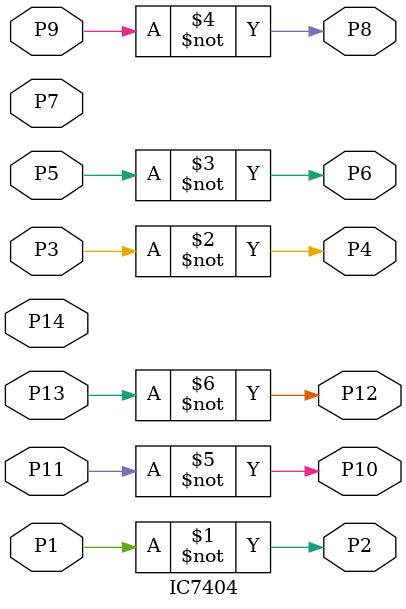
<source format=v>
module IC7404(P1,P2,P3,P4,P5,P6,P7,P8,P9,P10,P11,P12,P13,P14);
input P1,P3,P5,P9,P11,P13;
input P7,P14; //Supply
output P2,P4,P6,P8,P10,P12;

assign P2=~P1;
assign P4=~P3;
assign P6=~P5;
assign P8=~P9;
assign P10=~P11;
assign P12=~P13;

endmodule

</source>
